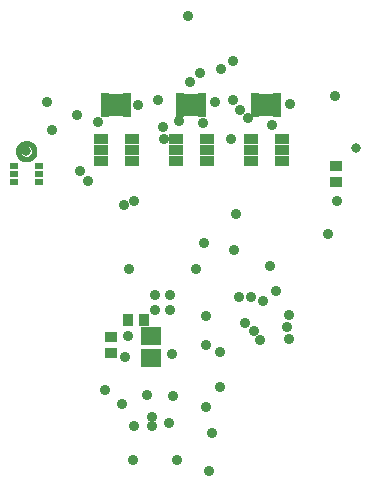
<source format=gbs>
G75*
%MOIN*%
%OFA0B0*%
%FSLAX25Y25*%
%IPPOS*%
%LPD*%
%AMOC8*
5,1,8,0,0,1.08239X$1,22.5*
%
%ADD10R,0.06706X0.05918*%
%ADD11R,0.03556X0.04343*%
%ADD12R,0.04343X0.03556*%
%ADD13R,0.04698X0.03517*%
%ADD14R,0.04737X0.07493*%
%ADD15R,0.02769X0.01981*%
%ADD16R,0.03162X0.02375*%
%ADD17C,0.03162*%
%ADD18C,0.01772*%
%ADD19R,0.01194X0.01194*%
%ADD20C,0.02781*%
%ADD21C,0.03581*%
%ADD22C,0.02780*%
%ADD23C,0.03580*%
D10*
X0061500Y0055510D03*
X0061500Y0062990D03*
D11*
X0059097Y0068472D03*
X0053979Y0068472D03*
D12*
X0048400Y0057491D03*
X0048400Y0062609D03*
X0123300Y0114441D03*
X0123300Y0119559D03*
D13*
X0044882Y0121260D03*
X0044882Y0125000D03*
X0044882Y0128740D03*
X0055118Y0128740D03*
X0055118Y0125000D03*
X0055118Y0121260D03*
X0069882Y0121260D03*
X0069882Y0125000D03*
X0069882Y0128740D03*
X0080118Y0128740D03*
X0080118Y0125000D03*
X0080118Y0121260D03*
X0094882Y0121260D03*
X0094882Y0125000D03*
X0094882Y0128740D03*
X0105118Y0128740D03*
X0105118Y0125000D03*
X0105118Y0121260D03*
D14*
X0050000Y0140000D03*
X0075000Y0140000D03*
X0100000Y0140000D03*
D15*
X0046260Y0137047D03*
X0046260Y0139016D03*
X0046260Y0140984D03*
X0046260Y0142953D03*
X0053740Y0142953D03*
X0053740Y0140984D03*
X0053740Y0139016D03*
X0053740Y0137047D03*
X0071260Y0137047D03*
X0071260Y0139016D03*
X0071260Y0140984D03*
X0071260Y0142953D03*
X0078740Y0142953D03*
X0078740Y0140984D03*
X0078740Y0139016D03*
X0078740Y0137047D03*
X0096260Y0137047D03*
X0096260Y0139016D03*
X0096260Y0140984D03*
X0096260Y0142953D03*
X0103740Y0142953D03*
X0103740Y0140984D03*
X0103740Y0139016D03*
X0103740Y0137047D03*
D16*
X0024232Y0119559D03*
X0024232Y0117000D03*
X0024232Y0114441D03*
X0015768Y0114441D03*
X0015768Y0117000D03*
X0015768Y0119559D03*
D17*
X0020000Y0124579D03*
X0130000Y0125579D03*
D18*
X0017343Y0124579D02*
X0017345Y0124682D01*
X0017351Y0124785D01*
X0017361Y0124887D01*
X0017375Y0124990D01*
X0017393Y0125091D01*
X0017415Y0125192D01*
X0017440Y0125292D01*
X0017470Y0125390D01*
X0017503Y0125488D01*
X0017540Y0125584D01*
X0017581Y0125678D01*
X0017626Y0125771D01*
X0017674Y0125863D01*
X0017725Y0125952D01*
X0017780Y0126039D01*
X0017838Y0126124D01*
X0017900Y0126207D01*
X0017965Y0126287D01*
X0018032Y0126365D01*
X0018103Y0126439D01*
X0018177Y0126512D01*
X0018253Y0126581D01*
X0018332Y0126647D01*
X0018413Y0126710D01*
X0018497Y0126770D01*
X0018583Y0126827D01*
X0018671Y0126880D01*
X0018762Y0126930D01*
X0018854Y0126976D01*
X0018948Y0127019D01*
X0019043Y0127058D01*
X0019140Y0127093D01*
X0019238Y0127124D01*
X0019337Y0127152D01*
X0019438Y0127176D01*
X0019539Y0127196D01*
X0019640Y0127212D01*
X0019743Y0127224D01*
X0019846Y0127232D01*
X0019948Y0127236D01*
X0020052Y0127236D01*
X0020154Y0127232D01*
X0020257Y0127224D01*
X0020360Y0127212D01*
X0020461Y0127196D01*
X0020562Y0127176D01*
X0020663Y0127152D01*
X0020762Y0127124D01*
X0020860Y0127093D01*
X0020957Y0127058D01*
X0021052Y0127019D01*
X0021146Y0126976D01*
X0021238Y0126930D01*
X0021328Y0126880D01*
X0021417Y0126827D01*
X0021503Y0126770D01*
X0021587Y0126710D01*
X0021668Y0126647D01*
X0021747Y0126581D01*
X0021823Y0126512D01*
X0021897Y0126439D01*
X0021968Y0126365D01*
X0022035Y0126287D01*
X0022100Y0126207D01*
X0022162Y0126124D01*
X0022220Y0126039D01*
X0022275Y0125952D01*
X0022326Y0125863D01*
X0022374Y0125771D01*
X0022419Y0125678D01*
X0022460Y0125584D01*
X0022497Y0125488D01*
X0022530Y0125390D01*
X0022560Y0125292D01*
X0022585Y0125192D01*
X0022607Y0125091D01*
X0022625Y0124990D01*
X0022639Y0124887D01*
X0022649Y0124785D01*
X0022655Y0124682D01*
X0022657Y0124579D01*
X0022655Y0124476D01*
X0022649Y0124373D01*
X0022639Y0124271D01*
X0022625Y0124168D01*
X0022607Y0124067D01*
X0022585Y0123966D01*
X0022560Y0123866D01*
X0022530Y0123768D01*
X0022497Y0123670D01*
X0022460Y0123574D01*
X0022419Y0123480D01*
X0022374Y0123387D01*
X0022326Y0123295D01*
X0022275Y0123206D01*
X0022220Y0123119D01*
X0022162Y0123034D01*
X0022100Y0122951D01*
X0022035Y0122871D01*
X0021968Y0122793D01*
X0021897Y0122719D01*
X0021823Y0122646D01*
X0021747Y0122577D01*
X0021668Y0122511D01*
X0021587Y0122448D01*
X0021503Y0122388D01*
X0021417Y0122331D01*
X0021329Y0122278D01*
X0021238Y0122228D01*
X0021146Y0122182D01*
X0021052Y0122139D01*
X0020957Y0122100D01*
X0020860Y0122065D01*
X0020762Y0122034D01*
X0020663Y0122006D01*
X0020562Y0121982D01*
X0020461Y0121962D01*
X0020360Y0121946D01*
X0020257Y0121934D01*
X0020154Y0121926D01*
X0020052Y0121922D01*
X0019948Y0121922D01*
X0019846Y0121926D01*
X0019743Y0121934D01*
X0019640Y0121946D01*
X0019539Y0121962D01*
X0019438Y0121982D01*
X0019337Y0122006D01*
X0019238Y0122034D01*
X0019140Y0122065D01*
X0019043Y0122100D01*
X0018948Y0122139D01*
X0018854Y0122182D01*
X0018762Y0122228D01*
X0018672Y0122278D01*
X0018583Y0122331D01*
X0018497Y0122388D01*
X0018413Y0122448D01*
X0018332Y0122511D01*
X0018253Y0122577D01*
X0018177Y0122646D01*
X0018103Y0122719D01*
X0018032Y0122793D01*
X0017965Y0122871D01*
X0017900Y0122951D01*
X0017838Y0123034D01*
X0017780Y0123119D01*
X0017725Y0123206D01*
X0017674Y0123295D01*
X0017626Y0123387D01*
X0017581Y0123480D01*
X0017540Y0123574D01*
X0017503Y0123670D01*
X0017470Y0123768D01*
X0017440Y0123866D01*
X0017415Y0123966D01*
X0017393Y0124067D01*
X0017375Y0124168D01*
X0017361Y0124271D01*
X0017351Y0124373D01*
X0017345Y0124476D01*
X0017343Y0124579D01*
D19*
X0020000Y0127236D03*
X0020000Y0121724D03*
X0017244Y0124480D03*
X0022756Y0124874D03*
D20*
X0052900Y0056050D03*
X0061800Y0036150D03*
X0061800Y0033050D03*
X0063000Y0076750D03*
X0068000Y0076750D03*
X0063000Y0071750D03*
X0068000Y0071750D03*
X0089400Y0091550D03*
X0101200Y0086450D03*
X0103100Y0078150D03*
X0081900Y0030650D03*
X0084500Y0057750D03*
X0079900Y0039350D03*
X0055800Y0033050D03*
X0093000Y0067250D03*
X0096000Y0064750D03*
X0098000Y0061750D03*
X0054300Y0085250D03*
X0076600Y0085250D03*
X0054000Y0062850D03*
X0051900Y0040450D03*
X0068900Y0043050D03*
X0084500Y0046050D03*
X0068700Y0057150D03*
X0067700Y0033950D03*
X0079900Y0060050D03*
X0079900Y0069750D03*
X0060100Y0043450D03*
X0046200Y0045150D03*
D21*
X0052900Y0056050D03*
X0061800Y0036150D03*
X0061800Y0033050D03*
X0063000Y0076750D03*
X0068000Y0076750D03*
X0063000Y0071750D03*
X0068000Y0071750D03*
X0089400Y0091550D03*
X0101200Y0086450D03*
X0103100Y0078150D03*
X0081900Y0030650D03*
X0084500Y0057750D03*
X0079900Y0039350D03*
X0055800Y0033050D03*
X0093000Y0067250D03*
X0096000Y0064750D03*
X0098000Y0061750D03*
X0054300Y0085250D03*
X0076600Y0085250D03*
X0054000Y0062850D03*
X0051900Y0040450D03*
X0068900Y0043050D03*
X0084500Y0046050D03*
X0068700Y0057150D03*
X0067700Y0033950D03*
X0079900Y0060050D03*
X0079900Y0069750D03*
X0060100Y0043450D03*
X0046200Y0045150D03*
D22*
X0052600Y0106550D03*
X0057250Y0140000D03*
X0082750Y0141000D03*
X0107750Y0140250D03*
X0074000Y0169500D03*
X0043800Y0134300D03*
X0101900Y0133200D03*
X0055600Y0021800D03*
X0079000Y0134000D03*
X0091000Y0076000D03*
X0095000Y0076000D03*
X0099000Y0074500D03*
X0107500Y0070000D03*
X0107000Y0066000D03*
X0107500Y0062000D03*
X0028500Y0131500D03*
X0123500Y0108000D03*
X0089000Y0141500D03*
X0064000Y0141500D03*
X0056000Y0108000D03*
X0123000Y0143000D03*
X0027000Y0141000D03*
X0080750Y0018000D03*
X0070250Y0021500D03*
X0037000Y0136600D03*
X0094000Y0135500D03*
X0071000Y0134500D03*
X0074600Y0147700D03*
X0065800Y0128700D03*
X0040700Y0114700D03*
X0089000Y0154500D03*
X0085000Y0152000D03*
X0078000Y0150500D03*
X0091100Y0138400D03*
X0038000Y0117900D03*
X0065700Y0132500D03*
X0088300Y0128800D03*
X0090000Y0103500D03*
X0079250Y0094000D03*
X0120500Y0097000D03*
D23*
X0052600Y0106550D03*
X0057250Y0140000D03*
X0082750Y0141000D03*
X0107750Y0140250D03*
X0074000Y0169500D03*
X0043800Y0134300D03*
X0101900Y0133200D03*
X0055600Y0021800D03*
X0079000Y0134000D03*
X0091000Y0076000D03*
X0095000Y0076000D03*
X0099000Y0074500D03*
X0107500Y0070000D03*
X0107000Y0066000D03*
X0107500Y0062000D03*
X0028500Y0131500D03*
X0123500Y0108000D03*
X0089000Y0141500D03*
X0064000Y0141500D03*
X0056000Y0108000D03*
X0123000Y0143000D03*
X0027000Y0141000D03*
X0080750Y0018000D03*
X0070250Y0021500D03*
X0037000Y0136600D03*
X0094000Y0135500D03*
X0071000Y0134500D03*
X0074600Y0147700D03*
X0065800Y0128700D03*
X0040700Y0114700D03*
X0089000Y0154500D03*
X0085000Y0152000D03*
X0078000Y0150500D03*
X0091100Y0138400D03*
X0038000Y0117900D03*
X0065700Y0132500D03*
X0088300Y0128800D03*
X0090000Y0103500D03*
X0079250Y0094000D03*
X0120500Y0097000D03*
M02*

</source>
